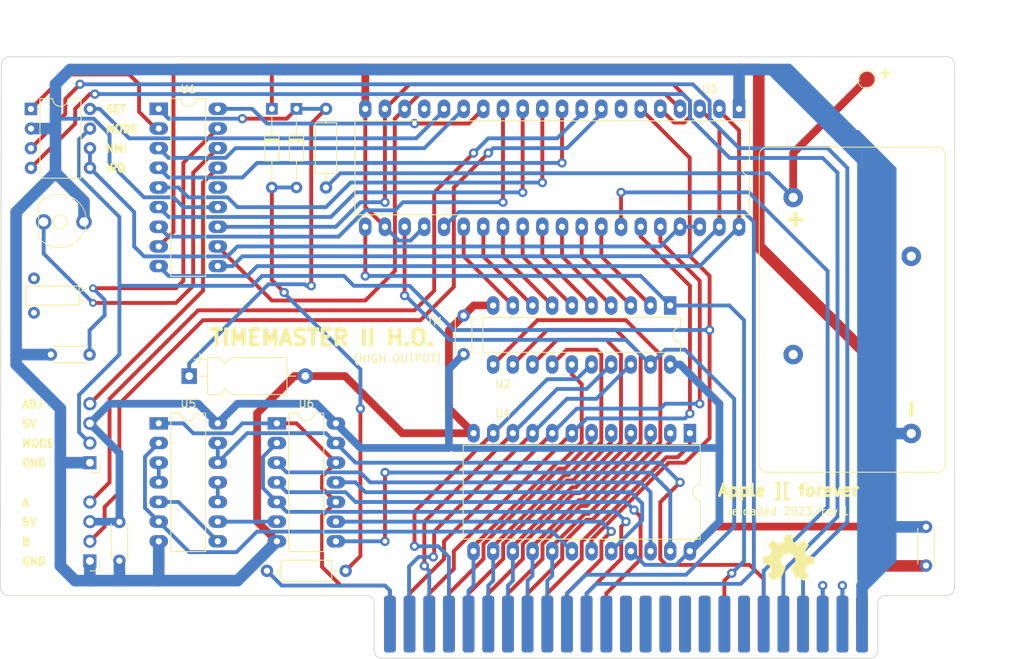
<source format=kicad_pcb>
(kicad_pcb (version 20221018) (generator pcbnew)
  (layers (0 "F.Cu" signal) (31 "B.Cu" signal) (34 "B.Paste" user) (35 "F.Paste" user) (36 "B.SilkS" user "B.Silkscreen") (37 "F.SilkS" user "F.Silkscreen") (38 "B.Mask" user) (39 "F.Mask" user) (44 "Edge.Cuts" user))
  (net 0 "")
  (net 1 "Net-(D1-K)")
  (net 2 "Net-(U1-XT)")
  (net 3 "Net-(U1-{slash}XT)")
  (net 4 "Net-(D2-K)")
  (net 5 "Net-(D1-A)")
  (net 6 "Net-(J1-{slash}IOSEL)")
  (net 7 "/A0")
  (net 8 "/A1")
  (net 9 "/A2")
  (net 10 "/A3")
  (net 11 "/A4")
  (net 12 "/A5")
  (net 13 "/A6")
  (net 14 "/A7")
  (net 15 "/A8")
  (net 16 "/A9")
  (net 17 "/A10")
  (net 18 "/A11")
  (net 19 "/A12")
  (net 23 "Net-(J1-R{slash}W)")
  (net 25 "Net-(J1-{slash}IOSTRB)")
  (net 28 "Net-(J1-{slash}NMI)")
  (net 29 "Net-(J1-{slash}IRQ)")
  (net 30 "Net-(J1-{slash}RES)")
  (net 39 "Net-(J1-PHIO)")
  (net 40 "Net-(J1-{slash}DEVSEL)")
  (net 41 "/D7")
  (net 42 "/D6")
  (net 43 "/D5")
  (net 44 "/D4")
  (net 45 "/D3")
  (net 46 "/D2")
  (net 47 "/D1")
  (net 48 "/D0")
  (net 49 "Net-(J1-+12V)")
  (net 50 "Net-(BT1-+)")
  (net 51 "Net-(U1-WRITE)")
  (net 52 "Net-(U3-{slash}IRQA)")
  (net 53 "Net-(U3-PB6)")
  (net 54 "Net-(U1-READ)")
  (net 55 "Net-(U1-D0)")
  (net 56 "Net-(U1-D1)")
  (net 57 "Net-(U1-D2)")
  (net 58 "Net-(U1-D3)")
  (net 60 "Net-(U2-A0)")
  (net 61 "Net-(U2-A1)")
  (net 62 "Net-(U2-A2)")
  (net 63 "/AC0")
  (net 64 "/AC1")
  (net 65 "/AC2")
  (net 66 "/AC3")
  (net 67 "Net-(U2-A3)")
  (net 68 "Net-(U2-A4)")
  (net 69 "Net-(U2-A5)")
  (net 70 "Net-(U2-A6)")
  (net 71 "Net-(U2-A7)")
  (net 74 "Net-(U4-{slash}E)")
  (net 75 "Net-(U4-{slash}G_VPP)")
  (net 76 "Net-(U4-A9)")
  (net 77 "Net-(U4-A8)")
  (net 78 "Net-(U5-Pad3)")
  (net 79 "Net-(U5-Pad5)")
  (net 80 "Net-(U5-Pad9)")
  (net 81 "Net-(U5-Pad10)")
  (net 82 "Net-(J2-Pin_2)")
  (net 83 "Net-(J3-Pin_2)")
  (net 84 "Net-(J3-Pin_4)")
  (net 85 "Net-(J1-INTin)")
  (net 86 "Net-(J1-DMAin)")
  (net 87 "Net-(J2-Pin_4)")
  (net 88 "/VSS")
  (net 89 "Net-(U1-HOLD)")
  (footprint "Capacitor_THT:C_Disc_D4.3mm_W1.9mm_P5.00mm" (layer "F.Cu") (at 137.15 90.21 -90)
    (fp_text reference "C5" hide)
    (fp_text value "100n" hide)
  )
  (footprint "Capacitor_THT:CP_Axial_L10.0mm_D4.5mm_P15.00mm_Horizontal" (layer "F.Cu") (at 101.72 98.0325)
    (fp_text reference "C6" hide)
    (fp_text value "10uF" hide)
  )
  (footprint "Diode_THT:D_DO-34_SOD68_P10.16mm_Horizontal" (layer "F.Cu") (at 112.395 63.5 -90)
    (fp_text reference "D1" hide)
    (fp_text value "D" hide)
  )
  (footprint "Resistor_THT:R_Axial_DIN0207_L6.3mm_D2.5mm_P10.16mm_Horizontal" (layer "F.Cu") (at 111.76 123.19)
    (fp_text reference "R2" hide)
    (fp_text value "750" hide)
  )
  (footprint "Package_DIP:DIP-18_W7.62mm_LongPads" (layer "F.Cu") (at 97.79 63.5)
    (fp_text reference "U1")
    (fp_text value "~")
  )
  (footprint "Capacitor_THT:C_Disc_D4.3mm_W1.9mm_P5.00mm" (layer "F.Cu") (at 92.71 121.88 90)
    (fp_text reference "C4" hide)
    (fp_text value "100n" hide)
  )
  (footprint "Package_DIP:DIP-40_W15.24mm_LongPads" (layer "F.Cu") (at 172.715 63.5 -90)
    (fp_text reference "U3")
    (fp_text value "~" hide)
  )
  (footprint "Package_DIP:DIP-14_W7.62mm_LongPads" (layer "F.Cu") (at 113.04 104.135)
    (fp_text reference "U6")
    (fp_text value "~" hide)
  )
  (footprint "Apple:Crystal" (layer "F.Cu") (at 89.3 86.6775 -90)
    (fp_text reference "XTAL1" hide)
    (fp_text value "32.768kHz" hide)
  )
  (footprint "TestPoint:TestPoint_Pad_D2.0mm" (layer "F.Cu") (at 189.23 59.69)
    (fp_text reference "TP1" hide)
    (fp_text value "+" hide)
  )
  (footprint "Apple:Apple_PinHeader_1x04_P2.54mm_Horizontal" (layer "F.Cu") (at 88.9 121.92 180)
    (fp_text reference "J3" hide)
    (fp_text value "Conn_01x04_Pin" hide)
  )
  (footprint "Capacitor_THT:C_Disc_D4.3mm_W1.9mm_P5.00mm" (layer "F.Cu") (at 83.86 95.25)
    (fp_text reference "C2" hide)
    (fp_text value "15p" hide)
  )
  (footprint "Resistor_THT:R_Axial_DIN0207_L6.3mm_D2.5mm_P10.16mm_Horizontal" (layer "F.Cu") (at 119.38 63.5 -90)
    (fp_text reference "R1" hide)
    (fp_text value "220" hide)
  )
  (footprint "Apple:Apple_PinHeader_1x04_P2.54mm_Horizontal" (layer "F.Cu") (at 88.9 109.22 180)
    (fp_text reference "J2" hide)
    (fp_text value "Conn_01x04_Pin" hide)
  )
  (footprint "Apple:Apple ][ Bus" (layer "F.Cu") (at 158.115 130.175)
    (fp_text reference "J1" hide)
    (fp_text value "~" hide)
  )
  (footprint "Package_DIP:DIP-20_W7.62mm_LongPads" (layer "F.Cu") (at 163.82 88.91 -90)
    (fp_text reference "U2")
    (fp_text value "~" hide)
  )
  (footprint "Apple:Varta 55615703012" (layer "F.Cu") (at 187.325 89.45)
    (fp_text reference "BT1" hide)
    (fp_text value "3,6V" hide)
  )
  (footprint "Package_DIP:DIP-24_W15.24mm_LongPads" (layer "F.Cu") (at 166.37 105.41 -90)
    (fp_text reference "U4")
    (fp_text value "~" hide)
  )
  (footprint "Diode_THT:D_DO-34_SOD68_P10.16mm_Horizontal" (layer "F.Cu") (at 115.57 63.5 -90)
    (fp_text reference "D2" hide)
    (fp_text value "D" hide)
  )
  (footprint "Package_DIP:DIP-8_W7.62mm" (layer "F.Cu") (at 81.29 63.51)
    (fp_text reference "SW1" hide)
    (fp_text value "SW_DIP_x04" hide)
  )
  (footprint "Apple:Trimmer" (layer "F.Cu") (at 85.09 78.105)
    (fp_text reference "C1" hide)
    (fp_text value "25p" hide)
  )
  (footprint "MountingHole:MountingHole_2.1mm" (layer "F.Cu") (at 196.85 60.96)
    (fp_text reference "H1" hide)
    (fp_text value "MountingHole" hide)
  )
  (footprint "Symbol:OSHW-Symbol_6.7x6mm_SilkScreen" (layer "F.Cu") (at 179.07 121.539)
    (fp_text reference "REF**" hide)
    (fp_text value "OSHW-Symbol_6.7x6mm_SilkScreen" hide)
  )
  (footprint "Package_DIP:DIP-14_W7.62mm_LongPads" (layer "F.Cu") (at 97.79 104.135)
    (fp_text reference "U5")
    (fp_text value "~" hide)
  )
  (footprint "Capacitor_THT:C_Disc_D4.3mm_W1.9mm_P5.00mm" (layer "F.Cu") (at 196.85 117.515 -90)
    (fp_text reference "C3" hide)
    (fp_text value "100n" hide)
  )
  (gr_line (start 200.532999 125.365) (end 200.533 57.769001) (stroke (width 0.1)) (layer "Edge.Cuts"))
  (gr_arc (start 77.468179 57.767176) (mid 77.761716 57.06125) (end 78.468177 56.769001) (stroke (width 0.1)) (layer "Edge.Cuts"))
  (gr_line (start 190.627 127.365) (end 190.627 133.489468) (stroke (width 0.1)) (layer "Edge.Cuts"))
  (gr_arc (start 200.532999 125.365) (mid 200.240106 126.072107) (end 199.532999 126.365) (stroke (width 0.1)) (layer "Edge.Cuts"))
  (gr_line (start 189.627055 134.489468) (end 126.597166 134.492945) (stroke (width 0.1)) (layer "Edge.Cuts"))
  (gr_arc (start 190.627 133.489468) (mid 190.334126 134.196555) (end 189.627055 134.489468) (stroke (width 0.1)) (layer "Edge.Cuts"))
  (gr_arc (start 78.344826 126.365) (mid 77.637057 126.07147) (end 77.344828 125.363175) (stroke (width 0.1)) (layer "Edge.Cuts"))
  (gr_line (start 114.3 126.365) (end 78.344826 126.365) (stroke (width 0.1)) (layer "Edge.Cuts"))
  (gr_line (start 125.597111 133.492119) (end 125.602173 127.365826) (stroke (width 0.1)) (layer "Edge.Cuts"))
  (gr_arc (start 190.627 127.365) (mid 190.919893 126.657893) (end 191.627 126.365) (stroke (width 0.1)) (layer "Edge.Cuts"))
  (gr_arc (start 199.533 56.769001) (mid 200.240106 57.061894) (end 200.533 57.769001) (stroke (width 0.1)) (layer "Edge.Cuts"))
  (gr_line (start 199.533 56.769001) (end 78.468177 56.769001) (stroke (width 0.1)) (layer "Edge.Cuts"))
  (gr_arc (start 126.597166 134.492945) (mid 125.889709 134.199786) (end 125.597111 133.492119) (stroke (width 0.1)) (layer "Edge.Cuts"))
  (gr_line (start 124.602173 126.365) (end 114.3 126.365) (stroke (width 0.1)) (layer "Edge.Cuts"))
  (gr_line (start 77.468179 57.767176) (end 77.344828 125.363175) (stroke (width 0.1)) (layer "Edge.Cuts"))
  (gr_line (start 191.627 126.365) (end 199.532999 126.365) (stroke (width 0.1)) (layer "Edge.Cuts"))
  (gr_arc (start 124.602173 126.365) (mid 125.309572 126.658185) (end 125.602173 127.365826) (stroke (width 0.1)) (layer "Edge.Cuts"))
  (gr_text "SET" (at 90.805 64.135) (layer "F.SilkS") (effects (font (size 1 1) (thickness 0.25) bold) (justify left bottom)))
  (gr_text "GND" (at 80.01 122.555) (layer "F.SilkS") (effects (font (size 1 1) (thickness 0.25) bold) (justify left bottom)))
  (gr_text "GND" (at 80.01 109.855) (layer "F.SilkS") (effects (font (size 1 1) (thickness 0.25) bold) (justify left bottom)))
  (gr_text "ADJ" (at 80.01 102.235) (layer "F.SilkS") (effects (font (size 1 1) (thickness 0.25) bold) (justify left bottom)))
  (gr_text "MODE" (at 90.805 66.675) (layer "F.SilkS") (effects (font (size 1 1) (thickness 0.25) bold) (justify left bottom)))
  (gr_text "+" (at 190.5 59.69) (layer "F.SilkS") (effects (font (size 1.5 1.5) (thickness 0.3) bold) (justify left bottom)))
  (gr_text "5V" (at 80.01 104.775) (layer "F.SilkS") (effects (font (size 1 1) (thickness 0.25) bold) (justify left bottom)))
  (gr_text "IRQ" (at 90.805 71.755) (layer "F.SilkS") (effects (font (size 1 1) (thickness 0.25) bold) (justify left bottom)))
  (gr_text "5V" (at 80.01 117.475) (layer "F.SilkS") (effects (font (size 1 1) (thickness 0.25) bold) (justify left bottom)))
  (gr_text "NMI" (at 90.805 69.215) (layer "F.SilkS") (effects (font (size 1 1) (thickness 0.25) bold) (justify left bottom)))
  (gr_text "B" (at 80.01 120.015) (layer "F.SilkS") (effects (font (size 1 1) (thickness 0.25) bold) (justify left bottom)))
  (gr_text "TIMEMASTER II H.O." (at 104.14 94.234) (layer "F.SilkS") (effects (font (size 2 2) (thickness 0.5) bold) (justify left bottom)))
  (gr_text "(HIGH OUTPUT)" (at 122.83 96.34) (layer "F.SilkS") (effects (font (size 1 1)) (justify left bottom)))
  (gr_text "MODE" (at 80.01 107.315) (layer "F.SilkS") (effects (font (size 1 1) (thickness 0.25) bold) (justify left bottom)))
  (gr_text "reloaded 2023/rev.1" (at 171.069 116.078) (layer "F.SilkS") (effects (font (size 1 1)) (justify left bottom)))
  (gr_text "A" (at 80.01 114.935) (layer "F.SilkS") (effects (font (size 1 1) (thickness 0.25) bold) (justify left bottom)))
  (gr_text "Apple ][ forever" (at 169.799 113.665) (layer "F.SilkS") (effects (font (size 1.5 1.5) (thickness 0.375) bold) (justify left bottom)))
  (gr_text "TM" (at 132.34 91.56) (layer "F.SilkS") (effects (font (size 1 1)) (justify left bottom)))
  (segment (start 99.695 59.055) (end 99.695 79.375) (width 0.5) (layer "F.Cu") (net 1))
  (segment (start 169.545 117.475) (end 166.37 120.65) (width 1) (layer "F.Cu") (net 1))
  (segment (start 100.33 58.42) (end 112.395 58.42) (width 1.5) (layer "F.Cu") (net 1))
  (segment (start 189.865 117.475) (end 189.23 117.475) (width 1) (layer "F.Cu") (net 1))
  (segment (start 191.135 122.555) (end 196.81 122.555) (width 1.5) (layer "F.Cu") (net 1))
  (segment (start 175.26 81.28) (end 189.865 95.885) (width 1.5) (layer "F.Cu") (net 1))
  (segment (start 196.85 122.515) (end 191.095 122.515) (width 1) (layer "F.Cu") (net 1))
  (segment (start 126.995 78.74) (end 124.455 76.2) (width 0.5) (layer "F.Cu") (net 1))
  (segment (start 112.395 63.5) (end 112.395 58.42) (width 0.5) (layer "F.Cu") (net 1))
  (segment (start 112.395 58.42) (end 124.46 58.42) (width 1.5) (layer "F.Cu") (net 1))
  (segment (start 188.595 125.095) (end 191.135 122.555) (width 1) (layer "F.Cu") (net 1))
  (segment (start 99.695 79.375) (end 97.79 81.28) (width 0.5) (layer "F.Cu") (net 1))
  (segment (start 124.455 76.2) (end 124.455 63.5) (width 0.5) (layer "F.Cu") (net 1))
  (segment (start 124.455 63.5) (end 124.455 58.425) (width 1) (layer "F.Cu") (net 1))
  (segment (start 124.455 58.425) (end 124.46 58.42) (width 0.5) (layer "F.Cu") (net 1))
  (segment (start 196.81 122.555) (end 196.85 122.515) (width 1) (layer "F.Cu") (net 1))
  (segment (start 124.46 58.42) (end 175.26 58.42) (width 1.5) (layer "F.Cu") (net 1))
  (segment (start 189.23 117.475) (end 169.545 117.475) (width 1) (layer "F.Cu") (net 1))
  (segment (start 100.33 58.42) (end 99.695 59.055) (width 0.5) (layer "F.Cu") (net 1))
  (segment (start 191.095 122.515) (end 189.865 121.285) (width 1.5) (layer "F.Cu") (net 1))
  (segment (start 189.865 121.285) (end 189.865 117.475) (width 1.5) (layer "F.Cu") (net 1))
  (segment (start 189.865 95.885) (end 189.865 117.475) (width 1.5) (layer "F.Cu") (net 1))
  (segment (start 175.26 58.42) (end 175.26 81.28) (width 1.5) (layer "F.Cu") (net 1))
  (segment (start 188.595 130.075) (end 188.595 125.095) (width 1) (layer "F.Cu") (net 1))
  (segment (start 105.41 104.135) (end 105.415 104.135) (width 1) (layer "B.Cu") (net 1))
  (segment (start 135.255 107.315) (end 123.84 107.315) (width 1) (layer "B.Cu") (net 1))
  (segment (start 165.11 96.53) (end 163.82 96.53) (width 1) (layer "B.Cu") (net 1))
  (segment (start 158.75 120.65) (end 160.528 122.428) (width 0.5) (layer "B.Cu") (net 1))
  (segment (start 128.773 80.518) (end 130.297 80.518) (width 0.5) (layer "B.Cu") (net 1))
  (segment (start 135.255 97.105) (end 135.255 107.315) (width 1) (layer "B.Cu") (net 1))
  (segment (start 105.405 104.135) (end 105.41 104.135) (width 1) (layer "B.Cu") (net 1))
  (segment (start 88.9 104.14) (end 91.44 101.6) (width 1) (layer "B.Cu") (net 1))
  (segment (start 92.67 116.84) (end 92.71 116.88) (width 1) (layer "B.Cu") (net 1))
  (segment (start 88.9 116.84) (end 92.67 116.84) (width 1) (layer "B.Cu") (net 1))
  (segment (start 92.71 116.88) (end 92.71 107.95) (width 1) (layer "B.Cu") (net 1))
  (segment (start 170.175 107.32) (end 170.175 101.595) (width 1) (layer "B.Cu") (net 1))
  (segment (start 118.125 101.6) (end 120.66 104.135) (width 1) (layer "B.Cu") (net 1))
  (segment (start 160.528 122.428) (end 164.592 122.428) (width 0.5) (layer "B.Cu") (net 1))
  (segment (start 126.995 78.74) (end 128.773 80.518) (width 0.5) (layer "B.Cu") (net 1))
  (segment (start 135.885 107.32) (end 170.175 107.32) (width 1) (layer "B.Cu") (net 1))
  (segment (start 137.15 95.21) (end 135.255 97.105) (width 1) (layer "B.Cu") (net 1))
  (segment (start 102.87 101.6) (end 105.405 104.135) (width 1) (layer "B.Cu") (net 1))
  (segment (start 91.44 101.6) (end 102.87 101.6) (width 1) (layer "B.Cu") (net 1))
  (segment (start 123.84 107.315) (end 120.66 104.135) (width 1) (layer "B.Cu") (net 1))
  (segment (start 92.71 107.95) (end 88.9 104.14) (width 1) (layer "B.Cu") (net 1))
  (segment (start 105.415 104.135) (end 107.95 101.6) (width 1) (layer "B.Cu") (net 1))
  (segment (start 170.175 116.845) (end 166.37 120.65) (width 1) (layer "B.Cu") (net 1))
  (segment (start 164.592 122.428) (end 166.37 120.65) (width 0.5) (layer "B.Cu") (net 1))
  (segment (start 130.297 80.518) (end 132.075 78.74) (width 0.5) (layer "B.Cu") (net 1))
  (segment (start 107.95 101.6) (end 118.125 101.6) (width 1) (layer "B.Cu") (net 1))
  (segment (start 170.175 107.32) (end 170.175 116.845) (width 1) (layer "B.Cu") (net 1))
  (segment (start 170.175 101.595) (end 165.11 96.53) (width 1) (layer "B.Cu") (net 1))
  (segment (start 89.3 88.5775) (end 100.0175 88.5775) (width 0.5) (layer "F.Cu") (net 2))
  (segment (start 102.235 86.36) (end 102.235 71.755) (width 0.5) (layer "F.Cu") (net 2))
  (segment (start 100.0175 88.5775) (end 102.235 86.36) (width 0.5) (layer "F.Cu") (net 2))
  (segment (start 102.235 71.755) (end 105.41 68.58) (width 0.5) (layer "F.Cu") (net 2))
  (segment (start 82.931 78.105) (end 82.931 82.2085) (width 0.5) (layer "B.Cu") (net 2))
  (segment (start 82.931 82.2085) (end 89.3 88.5775) (width 0.5) (layer "B.Cu") (net 2))
  (segment (start 100.0125 86.6775) (end 100.965 85.725) (width 0.5) (layer "F.Cu") (net 3))
  (segment (start 100.965 70.485) (end 105.41 66.04) (width 0.5) (layer "F.Cu") (net 3))
  (segment (start 89.3 86.6775) (end 100.0125 86.6775) (width 0.5) (layer "F.Cu") (net 3))
  (segment (start 100.965 85.725) (end 100.965 70.485) (width 0.5) (layer "F.Cu") (net 3))
  (segment (start 90.805 88.1825) (end 89.3 86.6775) (width 0.5) (layer "B.Cu") (net 3))
  (segment (start 90.805 90.17) (end 90.805 88.1825) (width 0.5) (layer "B.Cu") (net 3))
  (segment (start 88.86 95.25) (end 88.86 92.115) (width 0.5) (layer "B.Cu") (net 3))
  (segment (start 88.86 92.115) (end 90.805 90.17) (width 0.5) (layer "B.Cu") (net 3))
  (segment (start 108.585 64.77) (end 114.3 64.77) (width 0.5) (layer "F.Cu") (net 4))
  (segment (start 114.3 64.77) (end 115.57 63.5) (width 0.5) (layer "F.Cu") (net 4))
  (segment (start 117.475 86.36) (end 117.475 65.405) (width 0.5) (layer "F.Cu") (net 4))
  (segment (start 117.475 65.405) (end 119.38 63.5) (width 0.5) (layer "F.Cu") (net 4))
  (via (at 108.585 64.77) (size 1.2) (drill 0.6) (layers "F.Cu" "B.Cu") (net 4))
  (via (at 117.475 86.36) (size 1.2) (drill 0.6) (layers "F.Cu" "B.Cu") (net 4))
  (segment (start 99.06 64.77) (end 97.79 63.5) (width 0.5) (layer "B.Cu") (net 4))
  (segment (start 108.585 64.77) (end 99.06 64.77) (width 0.5) (layer "B.Cu") (net 4))
  (segment (start 119.38 63.5) (end 115.57 63.5) (width 0.5) (layer "B.Cu") (net 4))
  (segment (start 111.9545 86.1655) (end 101.72 96.4) (width 0.5) (layer "B.Cu") (net 4))
  (segment (start 116.84 86.36) (end 116.6455 86.1655) (width 0.5) (layer "B.Cu") (net 4))
  (segment (start 101.72 96.4) (end 101.72 98.0325) (width 0.5) (layer "B.Cu") (net 4))
  (segment (start 116.6455 86.1655) (end 111.9545 86.1655) (width 0.5) (layer "B.Cu") (net 4))
  (segment (start 117.475 86.36) (end 116.84 86.36) (width 0.5) (layer "B.Cu") (net 4))
  (segment (start 113.9825 87.2155) (end 112.395 85.628) (width 0.5) (layer "F.Cu") (net 5))
  (segment (start 123.825 121.285) (end 123.825 102.235) (width 0.5) (layer "F.Cu") (net 5))
  (segment (start 112.395 85.628) (end 112.395 73.66) (width 0.5) (layer "F.Cu") (net 5))
  (segment (start 121.92 123.19) (end 123.825 121.285) (width 0.5) (layer "F.Cu") (net 5))
  (via (at 113.9825 87.2155) (size 1.2) (drill 0.6) (layers "F.Cu" "B.Cu") (net 5))
  (via (at 123.825 102.235) (size 1.2) (drill 0.6) (layers "F.Cu" "B.Cu") (net 5))
  (segment (start 115.57 73.66) (end 112.395 73.66) (width 0.5) (layer "B.Cu") (net 5))
  (segment (start 113.9825 87.3125) (end 123.825 97.155) (width 0.5) (layer "B.Cu") (net 5))
  (segment (start 113.9825 87.2155) (end 113.9825 87.3125) (width 0.5) (layer "B.Cu") (net 5))
  (segment (start 123.825 97.155) (end 123.825 102.235) (width 0.5) (layer "B.Cu") (net 5))
  (segment (start 118.872 112.522) (end 118.872 111.003) (width 0.5) (layer "F.Cu") (net 6))
  (segment (start 118.872 122.682) (end 118.872 116.083) (width 0.5) (layer "F.Cu") (net 6))
  (segment (start 118.872 116.083) (end 120.66 114.295) (width 0.5) (layer "F.Cu") (net 6))
  (segment (start 118.872 111.003) (end 120.66 109.215) (width 0.5) (layer "F.Cu") (net 6))
  (segment (start 113.04 104.135) (end 115.58 104.135) (width 0.5) (layer "F.Cu") (net 6))
  (segment (start 121.285 125.095) (end 118.872 122.682) (width 0.5) (layer "F.Cu") (net 6))
  (segment (start 127.635 130.075) (end 127.635 125.73) (width 0.5) (layer "F.Cu") (net 6))
  (segment (start 115.58 104.135) (end 120.66 109.215) (width 0.5) (layer "F.Cu") (net 6))
  (segment (start 127.635 125.73) (end 127 125.095) (width 0.5) (layer "F.Cu") (net 6))
  (segment (start 120.645 114.295) (end 118.872 112.522) (width 0.5) (layer "F.Cu") (net 6))
  (segment (start 120.66 114.295) (end 120.645 114.295) (width 0.5) (layer "F.Cu") (net 6))
  (segment (start 127 125.095) (end 121.285 125.095) (width 0.5) (layer "F.Cu") (net 6))
  (segment (start 102.25 105.425) (end 107.3 105.425) (width 0.5) (layer "B.Cu") (net 6))
  (segment (start 100.96 104.135) (end 102.25 105.425) (width 0.5) (layer "B.Cu") (net 6))
  (segment (start 108.59 104.135) (end 113.04 104.135) (width 0.5) (layer "B.Cu") (net 6))
  (segment (start 107.3 105.425) (end 108.59 104.135) (width 0.5) (layer "B.Cu") (net 6))
  (segment (start 97.79 104.135) (end 100.96 104.135) (width 0.5) (layer "B.Cu") (net 6))
  (segment (start 148.59 105.41) (end 134.62 119.38) (width 0.5) (layer "F.Cu") (net 7))
  (segment (start 167.64 85.725) (end 162.555 80.64) (width 0.5) (layer "F.Cu") (net 7))
  (segment (start 162.555 80.64) (end 162.555 78.74) (width 0.5) (layer "F.Cu") (net 7))
  (segment (start 134.62 119.38) (end 134.62 121.666) (width 0.5) (layer "F.Cu") (net 7))
  (segment (start 134.62 121.666) (end 130.175 126.111) (width 0.5) (layer "F.Cu") (net 7))
  (segment (start 167.64 101.6) (end 167.64 85.725) (width 0.5) (layer "F.Cu") (net 7))
  (segment (start 130.175 126.111) (end 130.175 130.075) (width 0.5) (layer "F.Cu") (net 7))
  (via (at 167.64 101.6) (size 1.2) (drill 0.6) (layers "F.Cu" "B.Cu") (net 7))
  (segment (start 151.765 102.235) (end 148.59 105.41) (width 0.5) (layer "B.Cu") (net 7))
  (segment (start 163.195 101.6) (end 162.56 102.235) (width 0.5) (layer "B.Cu") (net 7))
  (segment (start 162.56 102.235) (end 151.765 102.235) (width 0.5) (layer "B.Cu") (net 7))
  (segment (start 167.64 101.6) (end 163.195 101.6) (width 0.5) (layer "B.Cu") (net 7))
  (segment (start 151.13 105.41) (end 135.89 120.65) (width 0.5) (layer "F.Cu") (net 8))
  (segment (start 166.37 86.365) (end 160.015 80.01) (width 0.5) (layer "F.Cu") (net 8))
  (segment (start 135.89 120.65) (end 135.89 122.936) (width 0.5) (layer "F.Cu") (net 8))
  (segment (start 160.015 80.01) (end 160.015 78.74) (width 0.5) (layer "F.Cu") (net 8))
  (segment (start 135.89 122.936) (end 132.715 126.111) (width 0.5) (layer "F.Cu") (net 8))
  (segment (start 166.37 102.87) (end 166.37 86.365) (width 0.5) (layer "F.Cu") (net 8))
  (segment (start 132.715 126.111) (end 132.715 130.075) (width 0.5) (layer "F.Cu") (net 8))
  (via (at 166.37 102.87) (size 1.2) (drill 0.6) (layers "F.Cu" "B.Cu") (net 8))
  (segment (start 166.37 102.87) (end 165.735 103.505) (width 0.5) (layer "B.Cu") (net 8))
  (segment (start 153.035 103.505) (end 151.13 105.41) (width 0.5) (layer "B.Cu") (net 8))
  (segment (start 165.735 103.505) (end 153.035 103.505) (width 0.5) (layer "B.Cu") (net 8))
  (segment (start 149.470233 109.982) (end 150.241 109.982) (width 0.5) (layer "F.Cu") (net 9))
  (segment (start 135.255 130.075) (end 135.255 126.111) (width 0.5) (layer "F.Cu") (net 9))
  (segment (start 139.72 119.732233) (end 149.470233 109.982) (width 0.5) (layer "F.Cu") (net 9))
  (segment (start 139.72 121.646) (end 139.72 119.732233) (width 0.5) (layer "F.Cu") (net 9))
  (segment (start 135.255 126.111) (end 139.72 121.646) (width 0.5) (layer "F.Cu") (net 9))
  (segment (start 150.241 109.982) (end 153.67 106.553) (width 0.5) (layer "F.Cu") (net 9))
  (segment (start 153.67 106.553) (end 153.67 105.41) (width 0.5) (layer "F.Cu") (net 9))
  (segment (start 142.26 119.732233) (end 150.486233 111.506) (width 0.5) (layer "F.Cu") (net 10))
  (segment (start 151.257 111.506) (end 156.21 106.553) (width 0.5) (layer "F.Cu") (net 10))
  (segment (start 150.486233 111.506) (end 151.257 111.506) (width 0.5) (layer "F.Cu") (net 10))
  (segment (start 137.795 130.075) (end 137.795 126.111) (width 0.5) (layer "F.Cu") (net 10))
  (segment (start 156.21 106.553) (end 156.21 105.41) (width 0.5) (layer "F.Cu") (net 10))
  (segment (start 142.26 121.646) (end 142.26 119.732233) (width 0.5) (layer "F.Cu") (net 10))
  (segment (start 137.795 126.111) (end 142.26 121.646) (width 0.5) (layer "F.Cu") (net 10))
  (segment (start 140.335 126.111) (end 144.8 121.646) (width 0.5) (layer "F.Cu") (net 11))
  (segment (start 158.75 106.553) (end 158.75 105.41) (width 0.5) (layer "F.Cu") (net 11))
  (segment (start 144.8 119.732233) (end 151.375233 113.157) (width 0.5) (layer "F.Cu") (net 11))
  (segment (start 151.375233 113.157) (end 152.146 113.157) (width 0.5) (layer "F.Cu") (net 11))
  (segment (start 152.146 113.157) (end 158.75 106.553) (width 0.5) (layer "F.Cu") (net 11))
  (segment (start 144.8 121.646) (end 144.8 119.732233) (width 0.5) (layer "F.Cu") (net 11))
  (segment (start 140.335 130.075) (end 140.335 126.111) (width 0.5) (layer "F.Cu") (net 11))
  (segment (start 142.875 130.075) (end 142.875 126.111) (width 0.5) (layer "F.Cu") (net 12))
  (segment (start 152.264233 114.808) (end 153.035 114.808) (width 0.5) (layer "F.Cu") (net 12))
  (segment (start 147.34 121.646) (end 147.34 119.732233) (width 0.5) (layer "F.Cu") (net 12))
  (segment (start 142.875 126.111) (end 147.34 121.646) (width 0.5) (layer "F.Cu") (net 12))
  (segment (start 161.29 106.553) (end 161.29 105.41) (width 0.5) (layer "F.Cu") (net 12))
  (segment (start 147.34 119.732233) (end 152.264233 114.808) (width 0.5) (layer "F.Cu") (net 12))
  (segment (start 153.035 114.808) (end 161.29 106.553) (width 0.5) (layer "F.Cu") (net 12))
  (segment (start 153.026233 116.586) (end 153.797 116.586) (width 0.5) (layer "F.Cu") (net 13))
  (segment (start 163.83 106.553) (end 163.83 105.41) (width 0.5) (layer "F.Cu") (net 13))
  (segment (start 149.88 121.646) (end 149.88 119.732233) (width 0.5) (layer "F.Cu") (net 13))
  (segment (start 149.88 119.732233) (end 153.026233 116.586) (width 0.5) (layer "F.Cu") (net 13))
  (segment (start 153.797 116.586) (end 163.83 106.553) (width 0.5) (layer "F.Cu") (net 13))
  (segment (start 145.415 126.111) (end 149.88 121.646) (width 0.5) (layer "F.Cu") (net 13))
  (segment (start 145.415 130.075) (end 145.415 126.111) (width 0.5) (layer "F.Cu") (net 13))
  (segment (start 147.955 126.111) (end 152.4 121.666) (width 0.5) (layer "F.Cu") (net 14))
  (segment (start 163.325126 108.52) (end 164.784 108.52) (width 0.5) (layer "F.Cu") (net 14))
  (segment (start 152.4 121.666) (end 152.4 119.445126) (width 0.5) (layer "F.Cu") (net 14))
  (segment (start 164.784 108.52) (end 166.37 106.934) (width 0.5) (layer "F.Cu") (net 14))
  (segment (start 147.955 130.075) (end 147.955 126.111) (width 0.5) (layer "F.Cu") (net 14))
  (segment (start 166.37 106.934) (end 166.37 105.41) (width 0.5) (layer "F.Cu") (net 14))
  (segment (start 152.4 119.445126) (end 163.325126 108.52) (width 0.5) (layer "F.Cu") (net 14))
  (segment (start 154.94 119.38) (end 154.94 121.666) (width 0.5) (layer "F.Cu") (net 15))
  (segment (start 150.495 126.111) (end 150.495 130.075) (width 0.5) (layer "F.Cu") (net 15))
  (segment (start 154.94 121.666) (end 150.495 126.111) (width 0.5) (layer "F.Cu") (net 15))
  (segment (start 156.21 118.11) (end 154.94 119.38) (width 0.5) (layer "F.Cu") (net 15))
  (via (at 156.21 118.11) (size 1.2) (drill 0.6) (layers "F.Cu" "B.Cu") (net 15))
  (segment (start 120.66 116.835) (end 154.935 116.835) (width 0.5) (layer "B.Cu") (net 15))
  (segment (start 154.935 116.835) (end 156.21 118.11) (width 0.5) (layer "B.Cu") (net 15))
  (segment (start 153.035 126.111) (end 153.035 130.075) (width 0.5) (layer "F.Cu") (net 16))
  (segment (start 157.5 117.455) (end 157.5 121.646) (width 0.5) (layer "F.Cu") (net 16))
  (segment (start 157.5 121.646) (end 153.035 126.111) (width 0.5) (layer "F.Cu") (net 16))
  (segment (start 158.115 116.84) (end 157.5 117.455) (width 0.5) (layer "F.Cu") (net 16))
  (via (at 158.115 116.84) (size 1.2) (drill 0.6) (layers "F.Cu" "B.Cu") (net 16))
  (segment (start 111.252 112.507) (end 113.04 114.295) (width 0.5) (layer "B.Cu") (net 16))
  (segment (start 111.252 108.463) (end 111.252 112.507) (width 0.5) (layer "B.Cu") (net 16))
  (segment (start 158.115 116.84) (end 156.845 115.57) (width 0.5) (layer "B.Cu") (net 16))
  (segment (start 113.04 106.675) (end 111.252 108.463) (width 0.5) (layer "B.Cu") (net 16))
  (segment (start 156.845 115.57) (end 114.315 115.57) (width 0.5) (layer "B.Cu") (net 16))
  (segment (start 114.315 115.57) (end 113.04 114.295) (width 0.5) (layer "B.Cu") (net 16))
  (segment (start 160 121.686) (end 155.575 126.111) (width 0.5) (layer "F.Cu") (net 17))
  (segment (start 159.155363 115.340363) (end 160 116.185) (width 0.5) (layer "F.Cu") (net 17))
  (segment (start 155.575 126.111) (end 155.575 130.075) (width 0.5) (layer "F.Cu") (net 17))
  (segment (start 160 116.185) (end 160 121.686) (width 0.5) (layer "F.Cu") (net 17))
  (via (at 159.155363 115.340363) (size 1.2) (drill 0.6) (layers "F.Cu" "B.Cu") (net 17))
  (segment (start 159.155363 115.340363) (end 158.115 114.3) (width 0.5) (layer "B.Cu") (net 17))
  (segment (start 121.92 113.03) (end 114.315 113.03) (width 0.5) (layer "B.Cu") (net 17))
  (segment (start 158.115 114.3) (end 123.19 114.3) (width 0.5) (layer "B.Cu") (net 17))
  (segment (start 123.19 114.3) (end 121.92 113.03) (width 0.5) (layer "B.Cu") (net 17))
  (segment (start 114.315 113.03) (end 113.04 111.755) (width 0.5) (layer "B.Cu") (net 17))
  (segment (start 124.455 85.09) (end 124.455 78.74) (width 0.5) (layer "F.Cu") (net 23))
  (segment (start 170.815 124.46) (end 170.815 130.075) (width 0.5) (layer "F.Cu") (net 23))
  (segment (start 171.7675 123.5075) (end 170.815 124.46) (width 0.5) (layer "F.Cu") (net 23))
  (via (at 124.455 85.09) (size 1.2) (drill 0.6) (layers "F.Cu" "B.Cu") (net 23))
  (via (at 171.7675 123.5075) (size 1.2) (drill 0.6) (layers "F.Cu" "B.Cu") (net 23))
  (segment (start 171.45 88.9) (end 173.355 90.805) (width 0.5) (layer "B.Cu") (net 23))
  (segment (start 163.82 88.89) (end 163.82 88.91) (width 0.5) (layer "B.Cu") (net 23))
  (segment (start 124.455 85.09) (end 160.02 85.09) (width 0.5) (layer "B.Cu") (net 23))
  (segment (start 171.44 88.91) (end 171.45 88.9) (width 0.5) (layer "B.Cu") (net 23))
  (segment (start 173.355 90.805) (end 173.355 121.92) (width 0.5) (layer "B.Cu") (net 23))
  (segment (start 173.355 121.92) (end 171.7675 123.5075) (width 0.5) (layer "B.Cu") (net 23))
  (segment (start 160.02 85.09) (end 163.82 88.89) (width 0.5) (layer "B.Cu") (net 23))
  (segment (start 163.82 88.91) (end 171.44 88.91) (width 0.5) (layer "B.Cu") (net 23))
  (segment (start 162.54 114.32) (end 165.1 111.76) (width 0.5) (layer "F.Cu") (net 25))
  (segment (start 174.077925 122.428) (end 163.322 122.428) (width 0.5) (layer "F.Cu") (net 25))
  (segment (start 162.54 121.646) (end 162.54 114.32) (width 0.5) (layer "F.Cu") (net 25))
  (segment (start 175.895 130.075) (end 175.895 124.245075) (width 0.5) (layer "F.Cu") (net 25))
  (segment (start 163.322 122.428) (end 162.54 121.646) (width 0.5) (layer "F.Cu") (net 25))
  (segment (start 175.895 124.245075) (end 174.077925 122.428) (width 0.5) (layer "F.Cu") (net 25))
  (via (at 165.1 111.76) (size 1.2) (drill 0.6) (layers "F.Cu" "B.Cu") (net 25))
  (segment (start 105.41 109.215) (end 109.215 105.41) (width 0.5) (layer "B.Cu") (net 25))
  (segment (start 105.41 109.215) (end 105.41 106.675) (width 0.5) (layer "B.Cu") (net 25))
  (segment (start 165.1 111.76) (end 162.56 109.22) (width 0.5) (layer "B.Cu") (net 25))
  (segment (start 120.645 106.675) (end 120.66 106.675) (width 0.5) (layer "B.Cu") (net 25))
  (segment (start 119.38 105.41) (end 120.645 106.675) (width 0.5) (layer "B.Cu") (net 25))
  (segment (start 123.205 109.22) (end 120.66 106.675) (width 0.5) (layer "B.Cu") (net 25))
  (segment (start 162.56 109.22) (end 123.205 109.22) (width 0.5) (layer "B.Cu") (net 25))
  (segment (start 109.215 105.41) (end 119.38 105.41) (width 0.5) (layer "B.Cu") (net 25))
  (segment (start 85.725 64.155) (end 81.29 68.59) (width 0.5) (layer "F.Cu") (net 28))
  (segment (start 85.725 62.23) (end 85.725 64.155) (width 0.5) (layer "F.Cu") (net 28))
  (segment (start 87.63 60.325) (end 85.725 62.23) (width 0.5) (layer "F.Cu") (net 28))
  (via (at 87.63 60.325) (size 1.2) (drill 0.6) (layers "F.Cu" "B.Cu") (net 28))
  (segment (start 168.925 63.48) (end 168.925 64.785) (width 0.5) (layer "B.Cu") (net 28))
  (segment (start 87.63 60.325) (end 166.751 60.325) (width 0.5) (layer "B.Cu") (net 28))
  (segment (start 172.72 68.58) (end 184.15 68.58) (width 0.5) (layer "B.Cu") (net 28))
  (segment (start 168.91 62.484) (end 168.91 63.465) (width 0.5) (layer "B.Cu") (net 28))
  (segment (start 168.925 64.785) (end 172.72 68.58) (width 0.5) (layer "B.Cu") (net 28))
  (segment (start 166.751 60.325) (end 168.91 62.484) (width 0.5) (layer "B.Cu") (net 28))
  (segment (start 186.69 71.12) (end 186.69 116.84) (width 0.5) (layer "B.Cu") (net 28))
  (segment (start 186.69 116.84) (end 180.975 122.555) (width 0.5) (layer "B.Cu") (net 28))
  (segment (start 168.91 63.465) (end 168.925 63.48) (width 0.5) (layer "B.Cu") (net 28))
  (segment (start 184.15 68.58) (end 186.69 71.12) (width 0.5) (layer "B.Cu") (net 28))
  (segment (start 180.975 122.555) (end 180.975 130.075) (width 0.5) (layer "B.Cu") (net 28))
  (segment (start 88.9 61.595) (end 86.995 63.5) (width 0.5) (layer "F.Cu") (net 29))
  (segment (start 86.995 63.5) (end 86.995 65.425) (width 0.5) (layer "F.Cu") (net 29))
  (segment (start 89.535 61.595) (end 88.9 61.595) (width 0.5) (layer "F.Cu") (net 29))
  (segment (start 86.995 65.425) (end 81.29 71.13) (width 0.5) (layer "F.Cu") (net 29))
  (via (at 89.535 61.595) (size 1.2) (drill 0.6) (layers "F.Cu" "B.Cu") (net 29))
  (segment (start 185.42 71.755) (end 185.42 116.205) (width 0.5) (layer "B.Cu") (net 29))
  (segment (start 183.515 69.85) (end 185.42 71.755) (width 0.5) (layer "B.Cu") (net 29))
  (segment (start 89.535 61.595) (end 165.481 61.595) (width 0.5) (layer "B.Cu") (net 29))
  (segment (start 171.516117 69.85) (end 183.515 69.85) (width 0.5) (layer "B.Cu") (net 29))
  (segment (start 185.42 116.205) (end 178.435 123.19) (width 0.5) (layer "B.Cu") (net 29))
  (segment (start 166.385 64.718883) (end 171.516117 69.85) (width 0.5) (layer "B.Cu") (net 29))
  (segment (start 178.435 123.19) (end 178.435 130.075) (width 0.5) (layer "B.Cu") (net 29))
  (segment (start 165.481 61.595) (end 166.385 62.499) (width 0.5) (layer "B.Cu") (net 29))
  (segment (start 166.385 62.499) (end 166.385 64.718883) (width 0.5) (layer "B.Cu") (net 29))
  (segment (start 157.475 74.295) (end 157.475 78.74) (width 0.5) (layer "F.Cu") (net 30))
  (via (at 157.475 74.295) (size 1.2) (drill 0.6) (layers "F.Cu" "B.Cu") (net 30))
  (segment (start 175.895 130.075) (end 175.895 123.19) (width 0.5) (layer "B.Cu") (net 30))
  (segment (start 175.895 123.19) (end 184.15 114.935) (width 0.5) (layer "B.Cu") (net 30))
  (segment (start 173.99 74.295) (end 157.475 74.295) (width 0.5) (layer "B.Cu") (net 30))
  (segment (start 184.15 114.935) (end 184.15 84.455) (width 0.5) (layer "B.Cu") (net 30))
  (segment (start 184.15 84.455) (end 173.99 74.295) (width 0.5) (layer "B.Cu") (net 30))
  (segment (start 134.615 78.745) (end 136.525 76.835) (width 0.5) (layer "B.Cu") (net 39))
  (segment (start 173.355 76.835) (end 174.625 78.105) (width 0.5) (layer "B.Cu") (net 39))
  (segment (start 154.271 124.875) (end 153.035 126.111) (width 0.5) (layer "B.Cu") (net 39))
  (segment (start 136.525 76.835) (end 173.355 76.835) (width 0.5) (layer "B.Cu") (net 39))
  (segment (start 174.625 123.19) (end 172.94 124.875) (width 0.5) (layer "B.Cu") (net 39))
  (segment (start 153.035 126.111) (end 153.035 130.075) (width 0.5) (layer "B.Cu") (net 39))
  (segment (start 174.625 78.105) (end 174.625 123.19) (width 0.5) (layer "B.Cu") (net 39))
  (segment (start 172.94 124.875) (end 154.271 124.875) (width 0.5) (layer "B.Cu") (net 39))
  (segment (start 129.535 87.63) (end 129.535 78.74) (width 0.5) (layer "F.Cu") (net 40))
  (via (at 129.535 87.63) (size 1.2) (drill 0.6) (layers "F.Cu" "B.Cu") (net 40))
  (segment (start 152.908 123.698) (end 150.495 126.111) (width 0.5) (layer "B.Cu") (net 40))
  (segment (start 150.495 126.111) (end 150.495 130.075) (width 0.5) (layer "B.Cu") (net 40))
  (segment (start 165.735 94.615) (end 172.085 100.965) (width 0.5) (layer "B.Cu") (net 40))
  (segment (start 129.535 87.63) (end 129.65025 87.63) (width 0.5) (layer "B.Cu") (net 40))
  (segment (start 129.65025 87.63) (end 135.36525 93.345) (width 0.5) (layer "B.Cu") (net 40))
  (segment (start 172.085 117.475) (end 165.862 123.698) (width 0.5) (layer "B.Cu") (net 40))
  (segment (start 172.085 100.965) (end 172.085 117.475) (width 0.5) (layer "B.Cu") (net 40))
  (segment (start 158.095 93.345) (end 161.28 96.53) (width 0.5) (layer "B.Cu") (net 40))
  (segment (start 165.862 123.698) (end 152.908 123.698) (width 0.5) (layer "B.Cu") (net 40))
  (segment (start 163.195 94.615) (end 165.735 94.615) (width 0.5) (layer "B.Cu") (net 40))
  (segment (start 161.28 96.53) (end 163.195 94.615) (width 0.5) (layer "B.Cu") (net 40))
  (segment (start 135.36525 93.345) (end 158.095 93.345) (width 0.5) (layer "B.Cu") (net 40))
  (segment (start 148.59 120.032284) (end 152.798284 115.824) (width 0.5) (layer "F.Cu") (net 41))
  (segment (start 153.289 115.824) (end 162.55 106.563) (width 0.5) (layer "F.Cu") (net 41))
  (segment (start 162.55 106.563) (end 162.55 95.25) (width 0.5) (layer "F.Cu") (net 41))
  (segment (start 152.798284 115.824) (end 153.289 115.824) (width 0.5) (layer "F.Cu") (net 41))
  (segment (start 148.59 120.65) (end 148.59 120.032284) (width 0.5) (layer "F.Cu") (net 41))
  (segment (start 162.55 95.25) (end 158.105 90.805) (width 0.5) (layer "F.Cu") (net 41))
  (segment (start 146.675 90.815) (end 140.96 96.53) (width 0.5) (layer "F.Cu") (net 41))
  (segment (start 158.105 90.805) (end 146.675 90.805) (width 0.5) (layer "F.Cu") (net 41))
  (segment (start 146.675 90.805) (end 146.675 90.815) (width 0.5) (layer "F.Cu") (net 41))
  (segment (start 147.955 124.46) (end 147.955 130.075) (width 0.5) (layer "B.Cu") (net 41))
  (segment (start 148.59 120.65) (end 148.59 123.825) (width 0.5) (layer "B.Cu") (net 41))
  (segment (start 148.59 123.825) (end 147.955 124.46) (width 0.5) (layer "B.Cu") (net 41))
  (segment (start 146.05 120.032284) (end 152.036284 114.046) (width 0.5) (layer "F.Cu") (net 42))
  (segment (start 160.01 106.563) (end 160.01 95.25) (width 0.5) (layer "F.Cu") (net 42))
  (segment (start 152.527 114.046) (end 160.01 106.563) (width 0.5) (layer "F.Cu") (net 42))
  (segment (start 152.036284 114.046) (end 152.527 114.046) (width 0.5) (layer "F.Cu") (net 42))
  (segment (start 146.05 120.65) (end 146.05 120.032284) (width 0.5) (layer "F.Cu") (net 42))
  (segment (start 147.945 92.075) (end 147.945 92.085) (width 0.5) (layer "F.Cu") (net 42))
  (segment (start 156.835 92.075) (end 147.945 92.075) (width 0.5) (layer "F.Cu") (net 42))
  (segment (start 147.945 92.085) (end 143.5 96.53) (width 0.5) (layer "F.Cu") (net 42))
  (segment (start 160.01 95.25) (end 156.835 92.075) (width 0.5) (layer "F.Cu") (net 42))
  (segment (start 146.05 120.65) (end 146.05 123.825) (width 0.5) (layer "B.Cu") (net 42))
  (segment (start 145.415 124.46) (end 145.415 130.075) (width 0.5) (layer "B.Cu") (net 42))
  (segment (start 146.05 123.825) (end 145.415 124.46) (width 0.5) (layer "B.Cu") (net 42))
  (segment (start 151.147283 112.395) (end 151.638 112.395) (width 0.5) (layer "F.Cu") (net 43))
  (segment (start 143.51 120.65) (end 143.51 120.032283) (width 0.5) (layer "F.Cu") (net 43))
  (segment (start 149.225 93.345) (end 146.04 96.53) (width 0.5) (layer "F.Cu") (net 43))
  (segment (start 157.47 106.563) (end 157.47 95.25) (width 0.5) (layer "F.Cu") (net 43))
  (segment (start 157.47 95.25) (end 155.565 93.345) (width 0.5) (layer "F.Cu") (net 43))
  (segment (start 155.565 93.345) (end 149.225 93.345) (width 0.5) (layer "F.Cu") (net 43))
  (segment (start 143.51 120.032283) (end 151.147283 112.395) (width 0.5) (layer "F.Cu") (net 43))
  (segment (start 151.638 112.395) (end 157.47 106.563) (width 0.5) (layer "F.Cu") (net 43))
  (segment (start 143.51 120.65) (end 143.51 124.46) (width 0.5) (layer "B.Cu") (net 43))
  (segment (start 143.51 124.46) (end 142.875 125.095) (width 0.5) (layer "B.Cu") (net 43))
  (segment (start 142.875 125.095) (end 142.875 130.075) (width 0.5) (layer "B.Cu") (net 43))
  (segment (start 140.97 120.65) (end 140.97 120.032283) (width 0.5) (layer "F.Cu") (net 44))
  (segment (start 148.58 96.52) (end 148.58 96.53) (width 0.5) (layer "F.Cu") (net 44))
  (segment (start 150.485 94.615) (end 148.58 96.52) (width 0.5) (layer "F.Cu") (net 44))
  (segment (start 150.687 110.806) (end 154.93 106.563) (width 0.5) (layer "F.Cu") (net 44))
  (segment (start 154.93 106.563) (end 154.93 95.25) (width 0.5) (layer "F.Cu") (net 44))
  (segment (start 150.196283 110.806) (end 150.687 110.806) (width 0.5) (layer "F.Cu") (net 44))
  (segment (start 154.93 95.25) (end 154.295 94.615) (width 0.5) (layer "F.Cu") (net 44))
  (segment (start 154.295 94.615) (end 150.485 94.615) (width 0.5) (layer "F.Cu") (net 44))
  (segment (start 140.97 120.032283) (end 150.196283 110.806) (width 0.5) (layer "F.Cu") (net 44))
  (segment (start 140.97 120.65) (end 140.97 124.46) (width 0.5) (layer "B.Cu") (net 44))
  (segment (start 140.335 125.095) (end 140.335 130.075) (width 0.5) (layer "B.Cu") (net 44))
  (segment (start 140.97 124.46) (end 140.335 125.095) (width 0.5) (layer "B.Cu") (net 44))
  (segment (start 149.733 109.22) (end 149.242283 109.22) (width 0.5) (layer "F.Cu") (net 45))
  (segment (start 152.4 99.07) (end 152.4 106.553) (width 0.5) (layer "F.Cu") (net 45))
  (segment (start 138.43 120.032283) (end 138.43 120.65) (width 0.5) (layer "F.Cu") (net 45))
  (segment (start 151.12 97.79) (end 152.4 99.07) (width 0.5) (layer "F.Cu") (net 45))
  (segment (start 152.4 106.553) (end 149.733 109.22) (width 0.5) (layer "F.Cu") (net 45))
  (segment (start 149.242283 109.22) (end 138.43 120.032283) (width 0.5) (layer "F.Cu") (net 45))
  (segment (start 151.12 96.53) (end 151.12 97.79) (width 0.5) (layer "F.Cu") (net 45))
  (segment (start 138.43 120.65) (end 138.43 125.095) (width 0.5) (layer "B.Cu") (net 45))
  (segment (start 137.795 125.73) (end 137.795 130.075) (width 0.5) (layer "B.Cu") (net 45))
  (segment (start 138.43 125.095) (end 137.795 125.73) (width 0.5) (layer "B.Cu") (net 45))
  (segment (start 130.81 115.57) (end 140.97 105.41) (width 0.5) (layer "F.Cu") (net 46))
  (segment (start 130.81 120.015) (end 130.81 115.57) (width 0.5) (layer "F.Cu") (net 46))
  (via (at 130.81 120.015) (size 1.2) (drill 0.6) (layers "F.Cu" "B.Cu") (net 46))
  (segment (start 140.97 105.41) (end 147.955 98.425) (width 0.5) (layer "B.Cu") (net 46))
  (segment (start 135.255 121.412) (end 135.255 130.075) (width 0.5) (layer "B.Cu") (net 46))
  (segment (start 151.765 98.425) (end 153.66 96.53) (width 0.5) (layer "B.Cu") (net 46))
  (segment (start 130.81 120.015) (end 133.858 120.015) (width 0.5) (layer "B.Cu") (net 46))
  (segment (start 133.858 120.015) (end 135.255 121.412) (width 0.5) (layer "B.Cu") (net 46))
  (segment (start 147.955 98.425) (end 151.765 98.425) (width 0.5) (layer "B.Cu") (net 46))
  (segment (start 132.08 116.84) (end 143.51 105.41) (width 0.5) (layer "F.Cu") (net 47))
  (segment (start 132.08 122.555) (end 132.08 116.84) (width 0.5) (layer "F.Cu") (net 47))
  (via (at 132.08 122.555) (size 1.2) (drill 0.6) (layers "F.Cu" "B.Cu") (net 47))
  (segment (start 132.715 123.19) (end 132.715 130.075) (width 0.5) (layer "B.Cu") (net 47))
  (segment (start 153.035 99.695) (end 156.2 96.53) (width 0.5) (layer "B.Cu") (net 47))
  (segment (start 149.225 99.695) (end 153.035 99.695) (width 0.5) (layer "B.Cu") (net 47))
  (segment (start 143.51 105.41) (end 149.225 99.695) (width 0.5) (layer "B.Cu") (net 47))
  (segment (start 132.08 122.555) (end 132.715 123.19) (width 0.5) (layer "B.Cu") (net 47))
  (segment (start 133.35 121.285) (end 133.35 118.11) (width 0.5) (layer "F.Cu") (net 48))
  (segment (start 133.35 118.11) (end 146.05 105.41) (width 0.5) (layer "F.Cu") (net 48))
  (segment (start 133.242891 121.392109) (end 133.35 121.285) (width 0.5) (layer "F.Cu") (net 48))
  (via (at 133.242891 121.392109) (size 1.2) (drill 0.6) (layers "F.Cu" "B.Cu") (net 48))
  (segment (start 150.495 100.965) (end 154.305 100.965) (width 0.5) (layer "B.Cu") (net 48))
  (segment (start 133.242891 121.392109) (end 131.337891 121.392109) (width 0.5) (layer "B.Cu") (net 48))
  (segment (start 146.05 105.41) (end 150.495 100.965) (width 0.5) (layer "B.Cu") (net 48))
  (segment (start 130.11 122.62) (end 130.11 130.01) (width 0.5) (layer "B.Cu") (net 48))
  (segment (start 130.11 130.01) (end 130.175 130.075) (width 0.5) (layer "B.Cu") (net 48))
  (segment (start 154.305 100.965) (end 158.74 96.53) (width 0.5) (layer "B.Cu") (net 48))
  (segment (start 131.337891 121.392109) (end 130.11 122.62) (width 0.5) (layer "B.Cu") (net 48))
  (segment (start 127.635 125.73) (end 127 125.095) (width 0.5) (layer "B.Cu") (net 49))
  (segment (start 127.635 130.075) (end 127.635 125.73) (width 0.5) (layer "B.Cu") (net 49))
  (segment (start 127 125.095) (end 113.665 125.095) (width 0.5) (layer "B.Cu") (net 49))
  (segment (start 113.665 125.095) (end 111.76 123.19) (width 0.5) (layer "B.Cu") (net 49))
  (segment (start 189.23 59.69) (end 179.705 69.215) (width 1) (layer "F.Cu") (net 50))
  (segment (start 179.705 69.215) (end 179.705 74.95) (width 1) (layer "F.Cu") (net 50))
  (segment (start 176.575 71.82) (end 179.705 74.95) (width 0.5) (layer "B.Cu") (net 50))
  (segment (start 121.22 71.82) (end 176.575 71.82) (width 0.5) (layer "B.Cu") (net 50))
  (segment (start 119.38 73.66) (end 121.22 71.82) (width 0.5) (layer "B.Cu") (net 50))
  (segment (start 81.29 63.51) (end 85.745 59.055) (width 0.5) (layer "F.Cu") (net 51))
  (segment (start 95.25 60.325) (end 95.25 63.881) (width 0.5) (layer "F.Cu") (net 51))
  (segment (start 95.25 63.881) (end 97.409 66.04) (width 0.5) (layer "F.Cu") (net 51))
  (segment (start 97.409 66.04) (end 97.79 66.04) (width 0.5) (layer "F.Cu") (net 51))
  (segment (start 85.745 59.055) (end 93.98 59.055) (width 0.5) (layer "F.Cu") (net 51))
  (segment (start 93.98 59.055) (end 95.25 60.325) (width 0.5) (layer "F.Cu") (net 51))
  (segment (start 106.66 82.57) (end 95.905 82.57) (width 0.5) (layer "B.Cu") (net 52))
  (segment (start 88.91 68.59) (end 88.91 71.13) (width 0.5) (layer "B.Cu") (net 52))
  (segment (start 165.095 78.74) (end 167.635 78.74) (width 0.5) (layer "B.Cu") (net 52))
  (segment (start 107.95 81.28) (end 106.66 82.57) (width 0.5) (layer "B.Cu") (net 52))
  (segment (start 165.035 78.805) (end 162.56 81.28) (width 0.5) (layer "B.Cu") (net 52))
  (segment (start 94.615 76.835) (end 88.91 71.13) (width 0.5) (layer "B.Cu") (net 52))
  (segment (start 95.905 82.57) (end 94.615 81.28) (width 0.5) (layer "B.Cu") (net 52))
  (segment (start 162.56 81.28) (end 107.95 81.28) (width 0.5) (layer "B.Cu") (net 52))
  (segment (start 94.615 81.28) (end 94.615 76.835) (width 0.5) (layer "B.Cu") (net 52))
  (segment (start 134.615 63.719925) (end 134.615 63.5) (width 0.5) (layer "B.Cu") (net 53))
  (segment (start 88.91 63.51) (end 88.92 63.5) (width 0.5) (layer "B.Cu") (net 53))
  (segment (start 88.92 63.5) (end 90.17 63.5) (width 0.5) (layer "B.Cu") (net 53))
  (segment (start 131.024925 67.31) (end 134.615 63.719925) (width 0.5) (layer "B.Cu") (net 53))
  (segment (start 90.17 63.5) (end 93.98 67.31) (width 0.5) (layer "B.Cu") (net 53))
  (segment (start 93.98 67.31) (end 131.024925 67.31) (width 0.5) (layer "B.Cu") (net 53))
  (segment (start 137.155 63.505) (end 137.155 63.5) (width 0.5) (layer "B.Cu") (net 54))
  (segment (start 97.79 68.58) (end 99.04 69.83) (width 0.5) (layer "B.Cu") (net 54))
  (segment (start 106.446 69.83) (end 107.696 68.58) (width 0.5) (layer "B.Cu") (net 54))
  (segment (start 132.08 68.58) (end 137.155 63.505) (width 0.5) (layer "B.Cu") (net 54))
  (segment (start 107.696 68.58) (end 132.08 68.58) (width 0.5) (layer "B.Cu") (net 54))
  (segment (start 99.04 69.83) (end 106.446 69.83) (width 0.5) (layer "B.Cu") (net 54))
  (segment (start 172.715 78.74) (end 172.715 66.289) (width 0.5) (layer "F.Cu") (net 55))
  (segment (start 170.175 63.749) (end 170.175 63.5) (width 0.5) (layer "F.Cu") (net 55))
  (segment (start 172.715 66.289) (end 170.175 63.749) (width 0.5) (layer "F.Cu") (net 55))
  (segment (start 167.64 83.82) (end 172.715 78.745) (width 0.5) (layer "B.Cu") (net 55))
  (segment (start 172.715 78.745) (end 172.715 78.74) (width 0.5) (layer "B.Cu") (net 55))
  (segment (start 99.06 85.09) (end 109.22 85.09) (width 0.5) (layer "B.Cu") (net 55))
  (segment (start 109.22 85.09) (end 110.49 83.82) (width 0.5) (layer "B.Cu") (net 55))
  (segment (start 110.49 83.82) (end 167.64 83.82) (width 0.5) (layer "B.Cu") (net 55))
  (segment (start 97.79 83.82) (end 99.06 85.09) (width 0.5) (layer "B.Cu") (net 55))
  (segment (start 170.175 67.31) (end 170.18 67.305) (width 0.5) (layer "F.Cu") (net 56))
  (segment (start 170.18 66.04) (end 167.64 63.5) (width 0.5) (layer "F.Cu") (net 56))
  (segment (start 170.18 67.305) (end 170.18 66.04) (width 0.5) (layer "F.Cu") (net 56))
  (segment (start 170.175 78.74) (end 170.175 67.31) (width 0.5) (layer "F.Cu") (net 56))
  (segment (start 167.64 63.5) (end 167.635 63.5) (width 0.5) (layer "F.Cu") (net 56))
  (segment (start 170.175 78.745) (end 166.37 82.55) (width 0.5) (layer "B.Cu") (net 56))
  (segment (start 107.315 83.82) (end 105.41 83.82) (width 0.5) (layer "B.Cu") (net 56))
  (segment (start 108.585 82.55) (end 107.315 83.82) (width 0.5) (layer "B.Cu") (net 56))
  (segment (start 170.175 78.74) (end 170.175 78.745) (width 0.5) (layer "B.Cu") (net 56))
  (segment (start 166.37 82.55) (end 108.585 82.55) (width 0.5) (layer "B.Cu") (net 56))
  (segment (start 128.27 76.2) (end 128.27 64.77) (width 0.5) (layer "F.Cu") (net 57))
  (segment (start 128.27 64.77) (end 129.535 63.505) (width 0.5) (layer "F.Cu") (net 57))
  (segment (start 105.41 81.28) (end 112.395 88.265) (width 0.5) (layer "F.Cu") (net 57))
  (segment (start 128.285 76.215) (end 128.27 76.2) (width 0.5) (layer "F.Cu") (net 57))
  (segment (start 163.195 61.595) (end 165.095 63.495) (width 0.5) (layer "F.Cu") (net 57))
  (segment (start 128.285 84.44) (end 128.285 76.215) (width 0.5) (layer "F.Cu") (net 57))
  (segment (start 165.095 63.495) (end 165.095 63.5) (width 0.5) (layer "F.Cu") (net 57))
  (segment (start 131.44 61.595) (end 163.195 61.595) (width 0.5) (layer "F.Cu") (net 57))
  (segment (start 112.395 88.265) (end 124.46 88.265) (width 0.5) (layer "F.Cu") (net 57))
  (segment (start 124.46 88.265) (end 128.285 84.44) (width 0.5) (layer "F.Cu") (net 57))
  (segment (start 129.535 63.505) (end 129.535 63.5) (width 0.5) (layer "F.Cu") (net 57))
  (segment (start 129.535 63.5) (end 131.44 61.595) (width 0.5) (layer "F.Cu") (net 57))
  (segment (start 127 75.565) (end 126.995 75.56) (width 0.5) (layer "F.Cu") (net 58))
  (segment (start 166.37 64.516) (end 165.608 65.278) (width 0.5) (layer "F.Cu") (net 58))
  (segment (start 126.995 63.5) (end 130.17 60.325) (width 0.5) (layer "F.Cu") (net 58))
  (segment (start 165.608 65.278) (end 164.333 65.278) (width 0.5) (layer "F.Cu") (net 58))
  (segment (start 126.995 75.56) (end 126.995 63.5) (width 0.5) (layer "F.Cu") (net 58))
  (segment (start 164.211 60.325) (end 166.37 62.484) (width 0.5) (layer "F.Cu") (net 58))
  (segment (start 130.17 60.325) (end 164.211 60.325) (width 0.5) (layer "F.Cu") (net 58))
  (segment (start 164.333 65.278) (end 162.555 63.5) (width 0.5) (layer "F.Cu") (net 58))
  (segment (start 166.37 62.484) (end 166.37 64.516) (width 0.5) (layer "F.Cu") (net 58))
  (via (at 127 75.565) (size 1.2) (drill 0.6) (layers "F.Cu" "B.Cu") (net 58))
  (segment (start 127 75.565) (end 123.825 75.565) (width 0.5) (layer "B.Cu") (net 58))
  (segment (start 123.825 75.565) (end 120.65 78.74) (width 0.5) (layer "B.Cu") (net 58))
  (segment (start 120.65 78.74) (end 105.41 78.74) (width 0.5) (layer "B.Cu") (net 58))
  (segment (start 154.935 82.55) (end 154.935 78.74) (width 0.5) (layer "F.Cu") (net 60))
  (segment (start 161.28 88.91) (end 161.28 88.895) (width 0.5) (layer "F.Cu") (net 60))
  (segment (start 161.28 88.895) (end 154.935 82.55) (width 0.5) (layer "F.Cu") (net 60))
  (segment (start 152.395 82.55) (end 152.395 78.74) (width 0.5) (layer "F.Cu") (net 61))
  (segment (start 158.74 88.91) (end 158.74 88.895) (width 0.5) (layer "F.Cu") (net 61))
  (segment (start 158.74 88.895) (end 152.395 82.55) (width 0.5) (layer "F.Cu") (net 61))
  (segment (start 156.2 88.91) (end 156.2 88.895) (width 0.5) (layer "F.Cu") (net 62))
  (segment (start 156.2 88.895) (end 149.855 82.55) (width 0.5) (layer "F.Cu") (net 62))
  (segment (start 149.855 82.55) (end 149.855 78.74) (width 0.5) (layer "F.Cu") (net 62))
  (segment (start 149.855 70.485) (end 149.855 63.5) (width 0.5) (layer "F.Cu") (net 63))
  (via (at 149.855 70.485) (size 1.2) (drill 0.6) (layers "F.Cu" "B.Cu") (net 63))
  (segment (start 110.49 70.485) (end 108.605 72.37) (width 0.5) (layer "B.Cu") (net 63))
  (segment (start 99.04 72.37) (end 97.79 71.12) (width 0.5) (layer "B.Cu") (net 63))
  (segment (start 149.855 70.485) (end 110.49 70.485) (width 0.5) (layer "B.Cu") (net 63))
  (segment (start 108.605 72.37) (end 99.04 72.37) (width 0.5) (layer "B.Cu") (net 63))
  (segment (start 147.315 73.02) (end 147.315 63.5) (width 0.5) (layer "F.Cu") (net 64))
  (segment (start 147.32 73.025) (end 147.315 73.02) (width 0.5) (layer "F.Cu") (net 64))
  (via (at 147.32 73.025) (size 1.2) (drill 0.6) (layers "F.Cu" "B.Cu") (net 64))
  (segment (start 100.33 73.66) (end 97.79 73.66) (width 0.5) (layer "B.Cu") (net 64))
  (segment (start 101.6 74.93) (end 100.33 73.66) (width 0.5) (layer "B.Cu") (net 64))
  (segment (start 122.555 73.025) (end 119.38 76.2) (width 0.5) (layer "B.Cu") (net 64))
  (segment (start 147.32 73.025) (end 122.555 73.025) (width 0.5) (layer "B.Cu") (net 64))
  (segment (start 107.95 76.2) (end 106.68 74.93) (width 0.5) (layer "B.Cu") (net 64))
  (segment (start 119.38 76.2) (end 107.95 76.2) (width 0.5) (layer "B.Cu") (net 64))
  (segment (start 106.68 74.93) (end 101.6 74.93) (width 0.5) (layer "B.Cu") (net 64))
  (segment (start 144.775 74.29) (end 144.775 63.5) (width 0.5) (layer "F.Cu") (net 65))
  (segment (start 144.78 74.295) (end 144.775 74.29) (width 0.5) (layer "F.Cu") (net 65))
  (via (at 144.78 74.295) (size 1.2) (drill 0.6) (layers "F.Cu" "B.Cu") (net 65))
  (segment (start 144.78 74.295) (end 123.19 74.295) (width 0.5) (layer "B.Cu") (net 65))
  (segment (start 120.015 77.47) (end 99.06 77.47) (width 0.5) (layer "B.Cu") (net 65))
  (segment (start 99.06 77.47) (end 97.79 76.2) (width 0.5) (layer "B.Cu") (net 65))
  (segment (start 123.19 74.295) (end 120.015 77.47) (width 0.5) (layer "B.Cu") (net 65))
  (segment (start 142.235 75.565) (end 142.235 63.5) (width 0.5) (layer "F.Cu") (net 66))
  (via (at 142.235 75.565) (size 1.2) (drill 0.6) (layers "F.Cu" "B.Cu") (net 66))
  (segment (start 124.412233 76.615) (end 121.017233 80.01) (width 0.5) (layer "B.Cu") (net 66))
  (segment (start 128.279962 76.615) (end 124.412233 76.615) (width 0.5) (layer "B.Cu") (net 66))
  (segment (start 121.017233 80.01) (end 99.06 80.01) (width 0.5) (layer "B.Cu") (net 66))
  (segment (start 99.06 80.01) (end 97.79 78.74) (width 0.5) (layer "B.Cu") (net 66))
  (segment (start 129.329962 75.565) (end 128.279962 76.615) (width 0.5) (layer "B.Cu") (net 66))
  (segment (start 142.235 75.565) (end 129.329962 75.565) (width 0.5) (layer "B.Cu") (net 66))
  (segment (start 153.66 88.91) (end 153.66 88.895) (width 0.5) (layer "F.Cu") (net 67))
  (segment (start 147.315 82.55) (end 147.315 78.74) (width 0.5) (layer "F.Cu") (net 67))
  (segment (start 153.66 88.895) (end 147.315 82.55) (width 0.5) (layer "F.Cu") (net 67))
  (segment (start 151.12 88.895) (end 144.775 82.55) (width 0.5) (layer "F.Cu") (net 68))
  (segment (start 151.12 88.91) (end 151.12 88.895) (width 0.5) (layer "F.Cu") (net 68))
  (segment (start 144.775 82.55) (end 144.775 78.74) (width 0.5) (layer "F.Cu") (net 68))
  (segment (start 148.58 88.91) (end 148.58 88.89) (width 0.5) (layer "F.Cu") (net 69))
  (segment (start 142.235 82.545) (end 142.235 78.74) (width 0.5) (layer "F.Cu") (net 69))
  (segment (start 148.58 88.89) (end 142.235 82.545) (width 0.5) (layer "F.Cu") (net 69))
  (segment (start 146.04 88.91) (end 139.7 82.57) (width 0.5) (layer "F.Cu") (net 70))
  (segment (start 139.7 78.745) (end 139.695 78.74) (width 0.5) (layer "F.Cu") (net 70))
  (segment (start 139.7 82.57) (end 139.7 78.745) (width 0.5) (layer "F.Cu") (net 70))
  (segment (start 143.5 88.91) (end 137.155 82.565) (width 0.5) (layer "F.Cu") (net 71))
  (segment (start 137.155 82.565) (end 137.155 78.74) (width 0.5) (layer "F.Cu") (net 71))
  (segment (start 96.012 108.453) (end 96.012 115.057) (width 0.5) (layer "B.Cu") (net 74))
  (segment (start 97.79 106.675) (end 96.012 108.453) (width 0.5) (layer "B.Cu") (net 74))
  (segment (start 101.732 120.777) (end 107.823 120.777) (width 0.5) (layer "B.Cu") (net 74))
  (segment (start 107.823 120.777) (end 110.475 118.125) (width 0.5) (layer "B.Cu") (net 74))
  (segment (start 148.605 118.125) (end 151.13 120.65) (width 0.5) (layer "B.Cu") (net 74))
  (segment (start 110.475 118.125) (end 148.605 118.125) (width 0.5) (layer "B.Cu") (net 74))
  (segment (start 97.79 116.835) (end 101.732 120.777) (width 0.5) (layer "B.Cu") (net 74))
  (segment (start 96.012 115.057) (end 97.79 116.835) (width 0.5) (layer "B.Cu") (net 74))
  (segment (start 124.46 113.03) (end 123.185 111.755) (width 0.5) (layer "B.Cu") (net 75))
  (segment (start 160.205363 116.654637) (end 160.205363 114.485363) (width 0.5) (layer "B.Cu") (net 75))
  (segment (start 158.75 113.03) (end 124.46 113.03) (width 0.5) (layer "B.Cu") (net 75))
  (segment (start 156.21 120.65) (end 160.205363 116.654637) (width 0.5) (layer "B.Cu") (net 75))
  (segment (start 160.205363 114.485363) (end 158.75 113.03) (width 0.5) (layer "B.Cu") (net 75))
  (segment (start 123.185 111.755) (end 120.66 111.755) (width 0.5) (layer "B.Cu") (net 75))
  (segment (start 161.29 113.03) (end 160.02 111.76) (width 0.5) (layer "B.Cu") (net 76))
  (segment (start 125.095 111.76) (end 123.8 110.465) (width 0.5) (layer "B.Cu") (net 76))
  (segment (start 161.29 120.65) (end 161.29 113.03) (width 0.5) (layer "B.Cu") (net 76))
  (segment (start 114.29 110.465) (end 113.04 109.215) (width 0.5) (layer "B.Cu") (net 76))
  (segment (start 123.8 110.465) (end 114.29 110.465) (width 0.5) (layer "B.Cu") (net 76))
  (segment (start 160.02 111.76) (end 125.095 111.76) (width 0.5) (layer "B.Cu") (net 76))
  (segment (start 127 110.49) (end 127 119.38) (width 0.5) (layer "F.Cu") (net 77))
  (via (at 127 119.38) (size 1.2) (drill 0.6) (layers "F.Cu" "B.Cu") (net 77))
  (via (at 127 110.49) (size 1.2) (drill 0.6) (layers "F.Cu" "B.Cu") (net 77))
  (segment (start 163.83 113.03) (end 163.83 120.65) (width 0.5) (layer "B.Cu") (net 77))
  (segment (start 161.29 110.49) (end 163.83 113.03) (width 0.5) (layer "B.Cu") (net 77))
  (segment (start 127 110.49) (end 161.29 110.49) (width 0.5) (layer "B.Cu") (net 77))
  (segment (start 126.995 119.375) (end 120.66 119.375) (width 0.5) (layer "B.Cu") (net 77))
  (segment (start 127 119.38) (end 126.995 119.375) (width 0.5) (layer "B.Cu") (net 77))
  (segment (start 97.79 111.755) (end 97.79 109.215) (width 0.5) (layer "B.Cu") (net 78))
  (segment (start 100.33 114.295) (end 105.41 119.375) (width 0.5) (layer "B.Cu") (net 79))
  (segment (start 97.79 114.295) (end 100.33 114.295) (width 0.5) (layer "B.Cu") (net 79))
  (segment (start 105.41 116.835) (end 113.04 116.835) (width 0.5) (layer "B.Cu") (net 80))
  (segment (start 105.41 114.295) (end 105.41 111.755) (width 0.5) (layer "B.Cu") (net 81))
  (segment (start 168.91 106.045) (end 165.735 109.22) (width 0.5) (layer "F.Cu") (net 82))
  (segment (start 165.735 109.22) (end 163.615075 109.22) (width 0.5) (layer "F.Cu") (net 82))
  (segment (start 153.67 119.165075) (end 153.67 120.65) (width 0.5) (layer "F.Cu") (net 82))
  (segment (start 163.615075 109.22) (end 153.67 119.165075) (width 0.5) (layer "F.Cu") (net 82))
  (segment (start 168.91 92.075) (end 168.91 106.045) (width 0.5) (layer "F.Cu") (net 82))
  (segment (start 166.345 82.525) (end 166.345 69.83) (width 0.5) (layer "F.Cu") (net 82))
  (segment (start 166.345 69.83) (end 160.015 63.5) (width 0.5) (layer "F.Cu") (net 82))
  (segment (start 168.91 92.075) (end 168.91 85.09) (width 0.5) (layer "F.Cu") (net 82))
  (segment (start 168.91 85.09) (end 166.345 82.525) (width 0.5) (layer "F.Cu") (net 82))
  (via (at 168.91 92.075) (size 1.2) (drill 0.6) (layers "F.Cu" "B.Cu") (net 82))
  (segment (start 87.503 105.283) (end 87.503 100.457) (width 0.5) (layer "B.Cu") (net 82))
  (segment (start 111.125 85.09) (end 109.855 86.36) (width 0.5) (layer "B.Cu") (net 82))
  (segment (start 87.503 72.263) (end 87.503 67.457) (width 0.5) (layer "B.Cu") (net 82))
  (segment (start 87.503 100.457) (end 92.71 95.25) (width 0.5) (layer "B.Cu") (net 82))
  (segment (start 87.503 67.457) (end 88.91 66.05) (width 0.5) (layer "B.Cu") (net 82))
  (segment (start 135.89 92.075) (end 130.175 86.36) (width 0.5) (layer "B.Cu") (net 82))
  (segment (start 130.175 86.36) (end 122.975075 86.36) (width 0.5) (layer "B.Cu") (net 82))
  (segment (start 92.71 95.25) (end 92.71 86.36) (width 0.5) (layer "B.Cu") (net 82))
  (segment (start 168.91 92.075) (end 135.89 92.075) (width 0.5) (layer "B.Cu") (net 82))
  (segment (start 92.71 77.47) (end 87.503 72.263) (width 0.5) (layer "B.Cu") (net 82))
  (segment (start 88.9 106.68) (end 87.503 105.283) (width 0.5) (layer "B.Cu") (net 82))
  (segment (start 121.705075 85.09) (end 111.125 85.09) (width 0.5) (layer "B.Cu") (net 82))
  (segment (start 122.975075 86.36) (end 121.705075 85.09) (width 0.5) (layer "B.Cu") (net 82))
  (segment (start 109.855 86.36) (end 92.71 86.36) (width 0.5) (layer "B.Cu") (net 82))
  (segment (start 92.71 86.36) (end 92.71 77.47) (width 0.5) (layer "B.Cu") (net 82))
  (segment (start 135.89 86.495395) (end 131.580395 90.805) (width 0.5) (layer "F.Cu") (net 83))
  (segment (start 92.71 113.03) (end 90.805 114.935) (width 0.5) (layer "F.Cu") (net 83))
  (segment (start 131.580395 90.805) (end 103.505 90.805) (width 0.5) (layer "F.Cu") (net 83))
  (segment (start 103.505 90.805) (end 92.71 101.6) (width 0.5) (layer "F.Cu") (net 83))
  (segment (start 140.335 69.215) (end 135.89 73.66) (width 0.5) (layer "F.Cu") (net 83))
  (segment (start 90.805 117.475) (end 88.9 119.38) (width 0.5) (layer "F.Cu") (net 83))
  (segment (start 135.89 73.66) (end 135.89 86.495395) (width 0.5) (layer "F.Cu") (net 83))
  (segment (start 92.71 101.6) (end 92.71 113.03) (width 0.5) (layer "F.Cu") (net 83))
  (segment (start 90.805 114.935) (end 90.805 117.475) (width 0.5) (layer "F.Cu") (net 83))
  (via (at 140.335 69.215) (size 1.2) (drill 0.6) (layers "F.Cu" "B.Cu") (net 83))
  (segment (start 150.495 68.58) (end 154.935 64.14) (width 0.5) (layer "B.Cu") (net 83))
  (segment (start 140.97 68.58) (end 150.495 68.58) (width 0.5) (layer "B.Cu") (net 83))
  (segment (start 140.335 69.215) (end 140.97 68.58) (width 0.5) (layer "B.Cu") (net 83))
  (segment (start 154.935 64.14) (end 154.935 63.5) (width 0.5) (layer "B.Cu") (net 83))
  (segment (start 138.43 69.215) (end 133.35 74.295) (width 0.5) (layer "F.Cu") (net 84))
  (segment (start 130.81 89.535) (end 102.87 89.535) (width 0.5) (layer "F.Cu") (net 84))
  (segment (start 133.35 74.295) (end 133.35 86.995) (width 0.5) (layer "F.Cu") (net 84))
  (segment (start 91.44 111.76) (end 88.9 114.3) (width 0.5) (layer "F.Cu") (net 84))
  (segment (start 91.44 100.965) (end 91.44 111.76) (width 0.5) (layer "F.Cu") (net 84))
  (segment (start 102.87 89.535) (end 91.44 100.965) (width 0.5) (layer "F.Cu") (net 84))
  (segment (start 133.35 86.995) (end 130.81 89.535) (width 0.5) (layer "F.Cu") (net 84))
  (via (at 138.43 69.215) (size 1.2) (drill 0.6) (layers "F.Cu" "B.Cu") (net 84))
  (segment (start 152.395 64.14) (end 152.395 63.5) (width 0.5) (layer "B.Cu") (net 84))
  (segment (start 149.225 67.31) (end 152.395 64.14) (width 0.5) (layer "B.Cu") (net 84))
  (segment (start 140.335 67.31) (end 149.225 67.31) (width 0.5) (layer "B.Cu") (net 84))
  (segment (start 138.43 69.215) (end 140.335 67.31) (width 0.5) (layer "B.Cu") (net 84))
  (segment (start 183.515 130.075) (end 183.515 125.095) (width 0.5) (layer "F.Cu") (net 85))
  (via (at 183.515 125.095) (size 1.2) (drill 0.6) (layers "F.Cu" "B.Cu") (net 85))
  (segment (start 183.515 125.095) (end 183.515 130.075) (width 0.5) (layer "B.Cu") (net 85))
  (segment (start 186.055 130.075) (end 186.055 125.095) (width 0.5) (layer "F.Cu") (net 86))
  (via (at 186.055 125.095) (size 1.2) (drill 0.6) (layers "F.Cu" "B.Cu") (net 86))
  (segment (start 186.055 125.095) (end 186.055 130.075) (width 0.5) (layer "B.Cu") (net 86))
  (segment (start 103.505 73.025) (end 105.41 71.12) (width 0.5) (layer "F.Cu") (net 87))
  (segment (start 88.9 101.6) (end 103.505 86.995) (width 0.5) (layer "F.Cu") (net 87))
  (segment (start 103.505 86.995) (end 103.505 73.025) (width 0.5) (layer "F.Cu") (net 87))
  (segment (start 110.49 102.848287) (end 110.49 116.825) (width 1) (layer "F.Cu") (net 88))
  (segment (start 110.49 116.825) (end 113.04 119.375) (width 1) (layer "F.Cu") (net 88))
  (segment (start 121.845 98.0325) (end 116.72 98.0325) (width 1) (layer "F.Cu") (net 88))
  (segment (start 115.305787 98.0325) (end 110.49 102.848287) (width 1) (layer "F.Cu") (net 88))
  (segment (start 138.43 105.41) (end 129.2225 105.41) (width 1) (layer "F.Cu") (net 88))
  (segment (start 138.43 105.41) (end 135.255 102.235) (width 1) (layer "F.Cu") (net 88))
  (segment (start 129.2225 105.41) (end 121.845 98.0325) (width 1) (layer "F.Cu") (net 88))
  (segment (start 116.72 98.0325) (end 115.305787 98.0325) (width 1) (layer "F.Cu") (net 88))
  (segment (start 140.95 88.9) (end 140.96 88.91) (width 1) (layer "F.Cu") (net 88))
  (segment (start 135.255 102.235) (end 135.255 92.105) (width 1) (layer "F.Cu") (net 88))
  (segment (start 135.255 92.105) (end 137.15 90.21) (width 1) (layer "F.Cu") (net 88))
  (segment (start 138.46 88.9) (end 140.95 88.9) (width 1) (layer "F.Cu") (net 88))
  (segment (start 137.15 90.21) (end 138.46 88.9) (width 1) (layer "F.Cu") (net 88))
  (segment (start 88.138 75.438) (end 88.138 78.105) (width 1.5) (layer "B.Cu") (net 88))
  (segment (start 84.455 60.325) (end 84.455 64.77) (width 1.5) (layer "B.Cu") (net 88))
  (segment (start 88.9 121.92) (end 88.9 124.46) (width 1.5) (layer "B.Cu") (net 88))
  (segment (start 85.09 122.555) (end 86.995 124.46) (width 1.5) (layer "B.Cu") (net 88))
  (segment (start 100.965 76.2) (end 99.695 74.93) (width 0.5) (layer "B.Cu") (net 88))
  (segment (start 88.9 109.22) (end 85.09 109.22) (width 1.5) (layer "B.Cu") (net 88))
  (segment (start 86.36 58.42) (end 84.455 60.325) (width 1.5) (layer "B.Cu") (net 88))
  (segment (start 105.41 76.2) (end 100.965 76.2) (width 0.5) (layer "B.Cu") (net 88))
  (segment (start 172.715 63.5) (end 172.715 58.425) (width 1.5) (layer "B.Cu") (net 88))
  (segment (start 84.445 66.05) (end 84.455 66.04) (width 1.5) (layer "B.Cu") (net 88))
  (segment (start 86.995 124.46) (end 88.9 124.46) (width 1.5) (layer "B.Cu") (net 88))
  (segment (start 88.9 124.46) (end 92.71 124.46) (width 1.5) (layer "B.Cu") (net 88))
  (segment (start 191.77 105.45) (end 191.77 117.515) (width 1.5) (layer "B.Cu") (net 88))
  (segment (start 95.885 74.93) (end 91.44 70.485) (width 0.5) (layer "B.Cu") (net 88))
  (segment (start 81.29 66.05) (end 84.445 66.05) (width 1.5) (layer "B.Cu") (net 88))
  (segment (start 84.455 71.755) (end 79.375 76.835) (width 1.5) (layer "B.Cu") (net 88))
  (segment (start 172.715 58.425) (end 172.72 58.42) (width 1.5) (layer "B.Cu") (net 88))
  (segment (start 99.695 74.93) (end 95.885 74.93) (width 0.5) (layer "B.Cu") (net 88))
  (segment (start 79.375 96.52) (end 85.09 102.235) (width 1.5) (layer "B.Cu") (net 88))
  (segment (start 84.455 66.04) (end 84.455 71.755) (width 1.5) (layer "B.Cu") (net 88))
  (segment (start 188.595 130.075) (end 188.595 125.095) (width 1.5) (layer "B.Cu") (net 88))
  (segment (start 92.71 124.46) (end 97.79 124.46) (width 1.5) (layer "B.Cu") (net 88))
  (segment (start 191.77 71.124189) (end 179.065811 58.42) (width 1.5) (layer "B.Cu") (net 88))
  (segment (start 172.72 58.42) (end 86.36 58.42) (width 1.5) (layer "B.Cu") (net 88))
  (segment (start 92.71 121.88) (end 92.71 124.46) (width 1.5) (layer "B.Cu") (net 88))
  (segment (start 107.955 124.46) (end 113.04 119.375) (width 1.5) (layer "B.Cu") (net 88))
  (segment (start 79.375 95.25) (end 79.375 96.52) (width 1.5) (layer "B.Cu") (net 88))
  (segment (start 191.77 121.92) (end 191.77 117.515) (width 1.5) (layer "B.Cu") (net 88))
  (segment (start 79.375 76.835) (end 79.375 95.25) (width 1.5) (layer "B.Cu") (net 88))
  (segment (start 194.945 105.45) (end 191.77 105.45) (width 1.5) (layer "B.Cu") (net 88))
  (segment (start 91.44 66.812233) (end 89.397767 64.77) (width 0.5) (layer "B.Cu") (net 88))
  (segment (start 85.09 109.22) (end 85.09 122.555) (width 1.5) (layer "B.Cu") (net 88))
  (segment (start 191.77 117.515) (end 196.85 117.515) (width 1.5) (layer "B.Cu") (net 88))
  (segment (start 97.79 124.46) (end 107.955 124.46) (width 1.5) (layer "B.Cu") (net 88))
  (segment (start 84.455 71.755) (end 88.138 75.438) (width 1.5) (layer "B.Cu") (net 88))
  (segment (start 179.065811 58.42) (end 172.72 58.42) (width 1.5) (layer "B.Cu") (net 88))
  (segment (start 97.79 119.375) (end 97.79 124.46) (width 1.5) (layer "B.Cu") (net 88))
  (segment (start 91.44 70.485) (end 91.44 66.812233) (width 0.5) (layer "B.Cu") (net 88))
  (segment (start 188.595 125.095) (end 191.77 121.92) (width 1.5) (layer "B.Cu") (net 88))
  (segment (start 85.09 102.235) (end 85.09 109.22) (width 1.5) (layer "B.Cu") (net 88))
  (segment (start 191.77 105.45) (end 191.77 71.124189) (width 1.5) (layer "B.Cu") (net 88))
  (segment (start 89.397767 64.77) (end 84.455 64.77) (width 0.5) (layer "B.Cu") (net 88))
  (segment (start 84.455 64.77) (end 84.455 66.04) (width 1.5) (layer "B.Cu") (net 88))
  (segment (start 79.375 95.25) (end 83.86 95.25) (width 1.5) (layer "B.Cu") (net 88))
  (segment (start 130.81 65.405) (end 137.79 65.405) (width 0.5) (layer "F.Cu") (net 89))
  (segment (start 137.79 65.405) (end 139.695 63.5) (width 0.5) (layer "F.Cu") (net 89))
  (via (at 130.81 65.405) (size 1.2) (drill 0.6) (layers "F.Cu" "B.Cu") (net 89))
  (segment (start 130.81 65.405) (end 111.76 65.405) (width 0.5) (layer "B.Cu") (net 89))
  (segment (start 111.76 65.405) (end 109.855 63.5) (width 0.5) (layer "B.Cu") (net 89))
  (segment (start 109.855 63.5) (end 105.41 63.5) (width 0.5) (layer "B.Cu") (net 89))
  (zone (net 88) (net_name "/VSS") (layer "B.Cu") (priority 1) (connect_pads (clearance 0.5)) (min_thickness 0.25) (fill yes (thermal_gap 0.5) (thermal_bridge_width 0.5))
    (polygon (pts (xy 179.07 58.42) (xy 188.595 67.945) (xy 188.595 71.12) (xy 175.895 58.42)))
  )
  (zone (net 88) (net_name "/VSS") (layer "B.Cu") (connect_pads (clearance 0.5)) (min_thickness 0.25) (fill yes (thermal_gap 0.5) (thermal_bridge_width 0.5))
    (polygon (pts (xy 193.04 71.12) (xy 193.04 121.92) (xy 189.23 125.73) (xy 187.96 124.46) (xy 187.96 66.04)))
  )
)
</source>
